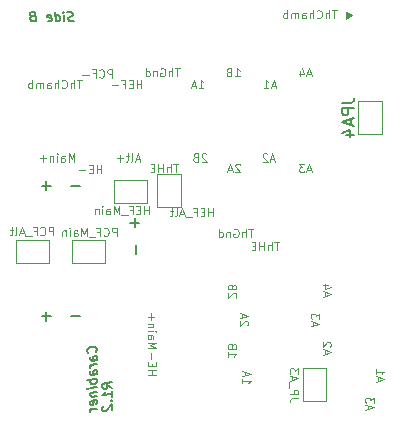
<source format=gbr>
G04 #@! TF.GenerationSoftware,KiCad,Pcbnew,6.0.7-f9a2dced07~116~ubuntu22.04.1*
G04 #@! TF.CreationDate,2022-08-21T20:36:42+02:00*
G04 #@! TF.ProjectId,carabiner,63617261-6269-46e6-9572-2e6b69636164,rev?*
G04 #@! TF.SameCoordinates,Original*
G04 #@! TF.FileFunction,Legend,Bot*
G04 #@! TF.FilePolarity,Positive*
%FSLAX46Y46*%
G04 Gerber Fmt 4.6, Leading zero omitted, Abs format (unit mm)*
G04 Created by KiCad (PCBNEW 6.0.7-f9a2dced07~116~ubuntu22.04.1) date 2022-08-21 20:36:42*
%MOMM*%
%LPD*%
G01*
G04 APERTURE LIST*
%ADD10C,0.200000*%
%ADD11C,0.100000*%
%ADD12C,0.150000*%
%ADD13C,0.120000*%
G04 APERTURE END LIST*
D10*
X55769047Y-49678571D02*
X56530952Y-49678571D01*
X53671428Y-49269047D02*
X53671428Y-50030952D01*
X54052380Y-49650000D02*
X53290476Y-49650000D01*
D11*
X77283333Y-63900000D02*
X77283333Y-63566666D01*
X77083333Y-63966666D02*
X77783333Y-63733333D01*
X77083333Y-63500000D01*
X77716666Y-63300000D02*
X77750000Y-63266666D01*
X77783333Y-63200000D01*
X77783333Y-63033333D01*
X77750000Y-62966666D01*
X77716666Y-62933333D01*
X77650000Y-62900000D01*
X77583333Y-62900000D01*
X77483333Y-62933333D01*
X77083333Y-63333333D01*
X77083333Y-62900000D01*
X62283333Y-65700000D02*
X62983333Y-65700000D01*
X62650000Y-65700000D02*
X62650000Y-65300000D01*
X62283333Y-65300000D02*
X62983333Y-65300000D01*
X62650000Y-64966666D02*
X62650000Y-64733333D01*
X62283333Y-64633333D02*
X62283333Y-64966666D01*
X62983333Y-64966666D01*
X62983333Y-64633333D01*
X62550000Y-64333333D02*
X62550000Y-63800000D01*
X73400000Y-54416666D02*
X73000000Y-54416666D01*
X73200000Y-55116666D02*
X73200000Y-54416666D01*
X72766666Y-55116666D02*
X72766666Y-54416666D01*
X72466666Y-55116666D02*
X72466666Y-54750000D01*
X72500000Y-54683333D01*
X72566666Y-54650000D01*
X72666666Y-54650000D01*
X72733333Y-54683333D01*
X72766666Y-54716666D01*
X72133333Y-55116666D02*
X72133333Y-54416666D01*
X72133333Y-54750000D02*
X71733333Y-54750000D01*
X71733333Y-55116666D02*
X71733333Y-54416666D01*
X71400000Y-54750000D02*
X71166666Y-54750000D01*
X71066666Y-55116666D02*
X71400000Y-55116666D01*
X71400000Y-54416666D01*
X71066666Y-54416666D01*
X64850000Y-47816666D02*
X64450000Y-47816666D01*
X64650000Y-48516666D02*
X64650000Y-47816666D01*
X64216666Y-48516666D02*
X64216666Y-47816666D01*
X63916666Y-48516666D02*
X63916666Y-48150000D01*
X63950000Y-48083333D01*
X64016666Y-48050000D01*
X64116666Y-48050000D01*
X64183333Y-48083333D01*
X64216666Y-48116666D01*
X63583333Y-48516666D02*
X63583333Y-47816666D01*
X63583333Y-48150000D02*
X63183333Y-48150000D01*
X63183333Y-48516666D02*
X63183333Y-47816666D01*
X62850000Y-48150000D02*
X62616666Y-48150000D01*
X62516666Y-48516666D02*
X62850000Y-48516666D01*
X62850000Y-47816666D01*
X62516666Y-47816666D01*
X69716666Y-59150000D02*
X69750000Y-59116666D01*
X69783333Y-59050000D01*
X69783333Y-58883333D01*
X69750000Y-58816666D01*
X69716666Y-58783333D01*
X69650000Y-58750000D01*
X69583333Y-58750000D01*
X69483333Y-58783333D01*
X69083333Y-59183333D01*
X69083333Y-58750000D01*
X69450000Y-58216666D02*
X69416666Y-58116666D01*
X69383333Y-58083333D01*
X69316666Y-58050000D01*
X69216666Y-58050000D01*
X69150000Y-58083333D01*
X69116666Y-58116666D01*
X69083333Y-58183333D01*
X69083333Y-58450000D01*
X69783333Y-58450000D01*
X69783333Y-58216666D01*
X69750000Y-58150000D01*
X69716666Y-58116666D01*
X69650000Y-58083333D01*
X69583333Y-58083333D01*
X69516666Y-58116666D01*
X69483333Y-58150000D01*
X69450000Y-58216666D01*
X69450000Y-58450000D01*
X79068333Y-35503166D02*
X79068333Y-34969833D01*
X79101666Y-35469833D02*
X79101666Y-35003166D01*
X79135000Y-35469833D02*
X79135000Y-35003166D01*
X79168333Y-35436500D02*
X79168333Y-35036500D01*
X79201666Y-35436500D02*
X79201666Y-35036500D01*
X79235000Y-35403166D02*
X79235000Y-35069833D01*
X79268333Y-35403166D02*
X79268333Y-35069833D01*
X79301666Y-35369833D02*
X79301666Y-35103166D01*
X79335000Y-35336500D02*
X79335000Y-35136500D01*
X79368333Y-35336500D02*
X79368333Y-35136500D01*
X79401666Y-35303166D02*
X79401666Y-35169833D01*
X79435000Y-35303166D02*
X79435000Y-35169833D01*
X79468333Y-35236500D02*
X79501666Y-35236500D01*
X79468333Y-35269833D02*
X79468333Y-35203166D01*
X79035000Y-35503166D02*
X79535000Y-35236500D01*
X79035000Y-34969833D01*
X79568333Y-35236500D02*
X79035000Y-34936500D01*
X79035000Y-35536500D01*
X79568333Y-35236500D01*
X78268333Y-34803166D02*
X77868333Y-34803166D01*
X78068333Y-35503166D02*
X78068333Y-34803166D01*
X77635000Y-35503166D02*
X77635000Y-34803166D01*
X77335000Y-35503166D02*
X77335000Y-35136500D01*
X77368333Y-35069833D01*
X77435000Y-35036500D01*
X77535000Y-35036500D01*
X77601666Y-35069833D01*
X77635000Y-35103166D01*
X76601666Y-35436500D02*
X76635000Y-35469833D01*
X76735000Y-35503166D01*
X76801666Y-35503166D01*
X76901666Y-35469833D01*
X76968333Y-35403166D01*
X77001666Y-35336500D01*
X77035000Y-35203166D01*
X77035000Y-35103166D01*
X77001666Y-34969833D01*
X76968333Y-34903166D01*
X76901666Y-34836500D01*
X76801666Y-34803166D01*
X76735000Y-34803166D01*
X76635000Y-34836500D01*
X76601666Y-34869833D01*
X76301666Y-35503166D02*
X76301666Y-34803166D01*
X76001666Y-35503166D02*
X76001666Y-35136500D01*
X76035000Y-35069833D01*
X76101666Y-35036500D01*
X76201666Y-35036500D01*
X76268333Y-35069833D01*
X76301666Y-35103166D01*
X75368333Y-35503166D02*
X75368333Y-35136500D01*
X75401666Y-35069833D01*
X75468333Y-35036500D01*
X75601666Y-35036500D01*
X75668333Y-35069833D01*
X75368333Y-35469833D02*
X75435000Y-35503166D01*
X75601666Y-35503166D01*
X75668333Y-35469833D01*
X75701666Y-35403166D01*
X75701666Y-35336500D01*
X75668333Y-35269833D01*
X75601666Y-35236500D01*
X75435000Y-35236500D01*
X75368333Y-35203166D01*
X75035000Y-35503166D02*
X75035000Y-35036500D01*
X75035000Y-35103166D02*
X75001666Y-35069833D01*
X74935000Y-35036500D01*
X74835000Y-35036500D01*
X74768333Y-35069833D01*
X74735000Y-35136500D01*
X74735000Y-35503166D01*
X74735000Y-35136500D02*
X74701666Y-35069833D01*
X74635000Y-35036500D01*
X74535000Y-35036500D01*
X74468333Y-35069833D01*
X74435000Y-35136500D01*
X74435000Y-35503166D01*
X74101666Y-35503166D02*
X74101666Y-34803166D01*
X74101666Y-35069833D02*
X74035000Y-35036500D01*
X73901666Y-35036500D01*
X73835000Y-35069833D01*
X73801666Y-35103166D01*
X73768333Y-35169833D01*
X73768333Y-35369833D01*
X73801666Y-35436500D01*
X73835000Y-35469833D01*
X73901666Y-35503166D01*
X74035000Y-35503166D01*
X74101666Y-35469833D01*
D12*
X57881714Y-63741023D02*
X57919809Y-63698166D01*
X57957904Y-63579119D01*
X57957904Y-63502928D01*
X57919809Y-63393404D01*
X57843619Y-63326738D01*
X57767428Y-63298166D01*
X57615047Y-63279119D01*
X57500761Y-63293404D01*
X57348380Y-63350547D01*
X57272190Y-63398166D01*
X57196000Y-63483880D01*
X57157904Y-63602928D01*
X57157904Y-63679119D01*
X57196000Y-63788642D01*
X57234095Y-63821976D01*
X57957904Y-64417214D02*
X57538857Y-64469595D01*
X57462666Y-64441023D01*
X57424571Y-64369595D01*
X57424571Y-64217214D01*
X57462666Y-64136261D01*
X57919809Y-64421976D02*
X57957904Y-64341023D01*
X57957904Y-64150547D01*
X57919809Y-64079119D01*
X57843619Y-64050547D01*
X57767428Y-64060071D01*
X57691238Y-64107690D01*
X57653142Y-64188642D01*
X57653142Y-64379119D01*
X57615047Y-64460071D01*
X57957904Y-64798166D02*
X57424571Y-64864833D01*
X57576952Y-64845785D02*
X57500761Y-64893404D01*
X57462666Y-64936261D01*
X57424571Y-65017214D01*
X57424571Y-65093404D01*
X57957904Y-65636261D02*
X57538857Y-65688642D01*
X57462666Y-65660071D01*
X57424571Y-65588642D01*
X57424571Y-65436261D01*
X57462666Y-65355309D01*
X57919809Y-65641023D02*
X57957904Y-65560071D01*
X57957904Y-65369595D01*
X57919809Y-65298166D01*
X57843619Y-65269595D01*
X57767428Y-65279119D01*
X57691238Y-65326738D01*
X57653142Y-65407690D01*
X57653142Y-65598166D01*
X57615047Y-65679119D01*
X57957904Y-66017214D02*
X57157904Y-66117214D01*
X57462666Y-66079119D02*
X57424571Y-66160071D01*
X57424571Y-66312452D01*
X57462666Y-66383880D01*
X57500761Y-66417214D01*
X57576952Y-66445785D01*
X57805523Y-66417214D01*
X57881714Y-66369595D01*
X57919809Y-66326738D01*
X57957904Y-66245785D01*
X57957904Y-66093404D01*
X57919809Y-66021976D01*
X57957904Y-66741023D02*
X57424571Y-66807690D01*
X57157904Y-66841023D02*
X57196000Y-66798166D01*
X57234095Y-66831500D01*
X57196000Y-66874357D01*
X57157904Y-66841023D01*
X57234095Y-66831500D01*
X57424571Y-67188642D02*
X57957904Y-67121976D01*
X57500761Y-67179119D02*
X57462666Y-67221976D01*
X57424571Y-67302928D01*
X57424571Y-67417214D01*
X57462666Y-67488642D01*
X57538857Y-67517214D01*
X57957904Y-67464833D01*
X57919809Y-68155309D02*
X57957904Y-68074357D01*
X57957904Y-67921976D01*
X57919809Y-67850547D01*
X57843619Y-67821976D01*
X57538857Y-67860071D01*
X57462666Y-67907690D01*
X57424571Y-67988642D01*
X57424571Y-68141023D01*
X57462666Y-68212452D01*
X57538857Y-68241023D01*
X57615047Y-68231500D01*
X57691238Y-67841023D01*
X57957904Y-68531500D02*
X57424571Y-68598166D01*
X57576952Y-68579119D02*
X57500761Y-68626738D01*
X57462666Y-68669595D01*
X57424571Y-68750547D01*
X57424571Y-68826738D01*
X59245904Y-66779119D02*
X58864952Y-66560071D01*
X59245904Y-66321976D02*
X58445904Y-66421976D01*
X58445904Y-66726738D01*
X58484000Y-66798166D01*
X58522095Y-66831500D01*
X58598285Y-66860071D01*
X58712571Y-66845785D01*
X58788761Y-66798166D01*
X58826857Y-66755309D01*
X58864952Y-66674357D01*
X58864952Y-66369595D01*
X59245904Y-67541023D02*
X59245904Y-67083880D01*
X59245904Y-67312452D02*
X58445904Y-67412452D01*
X58560190Y-67321976D01*
X58636380Y-67236261D01*
X58674476Y-67155309D01*
X59169714Y-67893404D02*
X59207809Y-67926738D01*
X59245904Y-67883880D01*
X59207809Y-67850547D01*
X59169714Y-67893404D01*
X59245904Y-67883880D01*
X58522095Y-68317214D02*
X58484000Y-68360071D01*
X58445904Y-68441023D01*
X58445904Y-68631500D01*
X58484000Y-68702928D01*
X58522095Y-68736261D01*
X58598285Y-68764833D01*
X58674476Y-68755309D01*
X58788761Y-68702928D01*
X59245904Y-68188642D01*
X59245904Y-68683880D01*
D11*
X81783333Y-66200000D02*
X81783333Y-65866666D01*
X81583333Y-66266666D02*
X82283333Y-66033333D01*
X81583333Y-65800000D01*
X81583333Y-65200000D02*
X81583333Y-65600000D01*
X81583333Y-65400000D02*
X82283333Y-65400000D01*
X82183333Y-65466666D01*
X82116666Y-65533333D01*
X82083333Y-65600000D01*
X61750000Y-41416666D02*
X61750000Y-40716666D01*
X61750000Y-41050000D02*
X61350000Y-41050000D01*
X61350000Y-41416666D02*
X61350000Y-40716666D01*
X61016666Y-41050000D02*
X60783333Y-41050000D01*
X60683333Y-41416666D02*
X61016666Y-41416666D01*
X61016666Y-40716666D01*
X60683333Y-40716666D01*
X60150000Y-41050000D02*
X60383333Y-41050000D01*
X60383333Y-41416666D02*
X60383333Y-40716666D01*
X60050000Y-40716666D01*
X59783333Y-41150000D02*
X59250000Y-41150000D01*
X76100000Y-48316666D02*
X75766666Y-48316666D01*
X76166666Y-48516666D02*
X75933333Y-47816666D01*
X75700000Y-48516666D01*
X75533333Y-47816666D02*
X75100000Y-47816666D01*
X75333333Y-48083333D01*
X75233333Y-48083333D01*
X75166666Y-48116666D01*
X75133333Y-48150000D01*
X75100000Y-48216666D01*
X75100000Y-48383333D01*
X75133333Y-48450000D01*
X75166666Y-48483333D01*
X75233333Y-48516666D01*
X75433333Y-48516666D01*
X75500000Y-48483333D01*
X75533333Y-48450000D01*
X76283333Y-61500000D02*
X76283333Y-61166666D01*
X76083333Y-61566666D02*
X76783333Y-61333333D01*
X76083333Y-61100000D01*
X76783333Y-60933333D02*
X76783333Y-60500000D01*
X76516666Y-60733333D01*
X76516666Y-60633333D01*
X76483333Y-60566666D01*
X76450000Y-60533333D01*
X76383333Y-60500000D01*
X76216666Y-60500000D01*
X76150000Y-60533333D01*
X76116666Y-60566666D01*
X76083333Y-60633333D01*
X76083333Y-60833333D01*
X76116666Y-60900000D01*
X76150000Y-60933333D01*
X73100000Y-41216666D02*
X72766666Y-41216666D01*
X73166666Y-41416666D02*
X72933333Y-40716666D01*
X72700000Y-41416666D01*
X72100000Y-41416666D02*
X72500000Y-41416666D01*
X72300000Y-41416666D02*
X72300000Y-40716666D01*
X72366666Y-40816666D01*
X72433333Y-40883333D01*
X72500000Y-40916666D01*
X70100000Y-47883333D02*
X70066666Y-47850000D01*
X70000000Y-47816666D01*
X69833333Y-47816666D01*
X69766666Y-47850000D01*
X69733333Y-47883333D01*
X69700000Y-47950000D01*
X69700000Y-48016666D01*
X69733333Y-48116666D01*
X70133333Y-48516666D01*
X69700000Y-48516666D01*
X69433333Y-48316666D02*
X69100000Y-48316666D01*
X69500000Y-48516666D02*
X69266666Y-47816666D01*
X69033333Y-48516666D01*
D10*
X53671428Y-60319047D02*
X53671428Y-61080952D01*
X54052380Y-60700000D02*
X53290476Y-60700000D01*
D11*
X61583333Y-47416666D02*
X61250000Y-47416666D01*
X61650000Y-47616666D02*
X61416666Y-46916666D01*
X61183333Y-47616666D01*
X60850000Y-47616666D02*
X60916666Y-47583333D01*
X60950000Y-47516666D01*
X60950000Y-46916666D01*
X60683333Y-47150000D02*
X60416666Y-47150000D01*
X60583333Y-46916666D02*
X60583333Y-47516666D01*
X60550000Y-47583333D01*
X60483333Y-47616666D01*
X60416666Y-47616666D01*
X60183333Y-47350000D02*
X59650000Y-47350000D01*
X59916666Y-47616666D02*
X59916666Y-47083333D01*
X62283333Y-63416666D02*
X62983333Y-63416666D01*
X62483333Y-63183333D01*
X62983333Y-62950000D01*
X62283333Y-62950000D01*
X62283333Y-62316666D02*
X62650000Y-62316666D01*
X62716666Y-62350000D01*
X62750000Y-62416666D01*
X62750000Y-62550000D01*
X62716666Y-62616666D01*
X62316666Y-62316666D02*
X62283333Y-62383333D01*
X62283333Y-62550000D01*
X62316666Y-62616666D01*
X62383333Y-62650000D01*
X62450000Y-62650000D01*
X62516666Y-62616666D01*
X62550000Y-62550000D01*
X62550000Y-62383333D01*
X62583333Y-62316666D01*
X62283333Y-61983333D02*
X62750000Y-61983333D01*
X62983333Y-61983333D02*
X62950000Y-62016666D01*
X62916666Y-61983333D01*
X62950000Y-61950000D01*
X62983333Y-61983333D01*
X62916666Y-61983333D01*
X62750000Y-61650000D02*
X62283333Y-61650000D01*
X62683333Y-61650000D02*
X62716666Y-61616666D01*
X62750000Y-61550000D01*
X62750000Y-61450000D01*
X62716666Y-61383333D01*
X62650000Y-61350000D01*
X62283333Y-61350000D01*
X62550000Y-61016666D02*
X62550000Y-60483333D01*
X62283333Y-60750000D02*
X62816666Y-60750000D01*
X70716666Y-61500000D02*
X70750000Y-61466666D01*
X70783333Y-61400000D01*
X70783333Y-61233333D01*
X70750000Y-61166666D01*
X70716666Y-61133333D01*
X70650000Y-61100000D01*
X70583333Y-61100000D01*
X70483333Y-61133333D01*
X70083333Y-61533333D01*
X70083333Y-61100000D01*
X70283333Y-60833333D02*
X70283333Y-60500000D01*
X70083333Y-60900000D02*
X70783333Y-60666666D01*
X70083333Y-60433333D01*
X65000000Y-39716666D02*
X64600000Y-39716666D01*
X64800000Y-40416666D02*
X64800000Y-39716666D01*
X64366666Y-40416666D02*
X64366666Y-39716666D01*
X64066666Y-40416666D02*
X64066666Y-40050000D01*
X64100000Y-39983333D01*
X64166666Y-39950000D01*
X64266666Y-39950000D01*
X64333333Y-39983333D01*
X64366666Y-40016666D01*
X63366666Y-39750000D02*
X63433333Y-39716666D01*
X63533333Y-39716666D01*
X63633333Y-39750000D01*
X63700000Y-39816666D01*
X63733333Y-39883333D01*
X63766666Y-40016666D01*
X63766666Y-40116666D01*
X63733333Y-40250000D01*
X63700000Y-40316666D01*
X63633333Y-40383333D01*
X63533333Y-40416666D01*
X63466666Y-40416666D01*
X63366666Y-40383333D01*
X63333333Y-40350000D01*
X63333333Y-40116666D01*
X63466666Y-40116666D01*
X63033333Y-39950000D02*
X63033333Y-40416666D01*
X63033333Y-40016666D02*
X63000000Y-39983333D01*
X62933333Y-39950000D01*
X62833333Y-39950000D01*
X62766666Y-39983333D01*
X62733333Y-40050000D01*
X62733333Y-40416666D01*
X62100000Y-40416666D02*
X62100000Y-39716666D01*
X62100000Y-40383333D02*
X62166666Y-40416666D01*
X62300000Y-40416666D01*
X62366666Y-40383333D01*
X62400000Y-40350000D01*
X62433333Y-40283333D01*
X62433333Y-40083333D01*
X62400000Y-40016666D01*
X62366666Y-39983333D01*
X62300000Y-39950000D01*
X62166666Y-39950000D01*
X62100000Y-39983333D01*
D12*
X56018554Y-35704096D02*
X55909030Y-35742191D01*
X55718554Y-35742191D01*
X55637602Y-35704096D01*
X55594745Y-35666001D01*
X55547126Y-35589810D01*
X55537602Y-35513620D01*
X55566173Y-35437429D01*
X55599507Y-35399334D01*
X55670935Y-35361239D01*
X55818554Y-35323144D01*
X55889983Y-35285048D01*
X55923316Y-35246953D01*
X55951887Y-35170763D01*
X55942364Y-35094572D01*
X55894745Y-35018382D01*
X55851887Y-34980287D01*
X55770935Y-34942191D01*
X55580459Y-34942191D01*
X55470935Y-34980287D01*
X55223316Y-35742191D02*
X55156649Y-35208858D01*
X55123316Y-34942191D02*
X55166173Y-34980287D01*
X55132840Y-35018382D01*
X55089983Y-34980287D01*
X55123316Y-34942191D01*
X55132840Y-35018382D01*
X54499507Y-35742191D02*
X54399507Y-34942191D01*
X54494745Y-35704096D02*
X54575697Y-35742191D01*
X54728078Y-35742191D01*
X54799507Y-35704096D01*
X54832840Y-35666001D01*
X54861411Y-35589810D01*
X54832840Y-35361239D01*
X54785221Y-35285048D01*
X54742364Y-35246953D01*
X54661411Y-35208858D01*
X54509030Y-35208858D01*
X54437602Y-35246953D01*
X53809030Y-35704096D02*
X53889983Y-35742191D01*
X54042364Y-35742191D01*
X54113792Y-35704096D01*
X54142364Y-35627906D01*
X54104268Y-35323144D01*
X54056649Y-35246953D01*
X53975697Y-35208858D01*
X53823316Y-35208858D01*
X53751887Y-35246953D01*
X53723316Y-35323144D01*
X53732840Y-35399334D01*
X54123316Y-35475525D01*
X52504268Y-35323144D02*
X52394745Y-35361239D01*
X52361411Y-35399334D01*
X52332840Y-35475525D01*
X52347126Y-35589810D01*
X52394745Y-35666001D01*
X52437602Y-35704096D01*
X52518554Y-35742191D01*
X52823316Y-35742191D01*
X52723316Y-34942191D01*
X52456649Y-34942191D01*
X52385221Y-34980287D01*
X52351887Y-35018382D01*
X52323316Y-35094572D01*
X52332840Y-35170763D01*
X52380459Y-35246953D01*
X52423316Y-35285048D01*
X52504268Y-35323144D01*
X52770935Y-35323144D01*
D11*
X71200000Y-53316666D02*
X70800000Y-53316666D01*
X71000000Y-54016666D02*
X71000000Y-53316666D01*
X70566666Y-54016666D02*
X70566666Y-53316666D01*
X70266666Y-54016666D02*
X70266666Y-53650000D01*
X70300000Y-53583333D01*
X70366666Y-53550000D01*
X70466666Y-53550000D01*
X70533333Y-53583333D01*
X70566666Y-53616666D01*
X69566666Y-53350000D02*
X69633333Y-53316666D01*
X69733333Y-53316666D01*
X69833333Y-53350000D01*
X69900000Y-53416666D01*
X69933333Y-53483333D01*
X69966666Y-53616666D01*
X69966666Y-53716666D01*
X69933333Y-53850000D01*
X69900000Y-53916666D01*
X69833333Y-53983333D01*
X69733333Y-54016666D01*
X69666666Y-54016666D01*
X69566666Y-53983333D01*
X69533333Y-53950000D01*
X69533333Y-53716666D01*
X69666666Y-53716666D01*
X69233333Y-53550000D02*
X69233333Y-54016666D01*
X69233333Y-53616666D02*
X69200000Y-53583333D01*
X69133333Y-53550000D01*
X69033333Y-53550000D01*
X68966666Y-53583333D01*
X68933333Y-53650000D01*
X68933333Y-54016666D01*
X68300000Y-54016666D02*
X68300000Y-53316666D01*
X68300000Y-53983333D02*
X68366666Y-54016666D01*
X68500000Y-54016666D01*
X68566666Y-53983333D01*
X68600000Y-53950000D01*
X68633333Y-53883333D01*
X68633333Y-53683333D01*
X68600000Y-53616666D01*
X68566666Y-53583333D01*
X68500000Y-53550000D01*
X68366666Y-53550000D01*
X68300000Y-53583333D01*
X73000000Y-47416666D02*
X72666666Y-47416666D01*
X73066666Y-47616666D02*
X72833333Y-46916666D01*
X72600000Y-47616666D01*
X72400000Y-46983333D02*
X72366666Y-46950000D01*
X72300000Y-46916666D01*
X72133333Y-46916666D01*
X72066666Y-46950000D01*
X72033333Y-46983333D01*
X72000000Y-47050000D01*
X72000000Y-47116666D01*
X72033333Y-47216666D01*
X72433333Y-47616666D01*
X72000000Y-47616666D01*
X66600000Y-41416666D02*
X67000000Y-41416666D01*
X66800000Y-41416666D02*
X66800000Y-40716666D01*
X66866666Y-40816666D01*
X66933333Y-40883333D01*
X67000000Y-40916666D01*
X66333333Y-41216666D02*
X66000000Y-41216666D01*
X66400000Y-41416666D02*
X66166666Y-40716666D01*
X65933333Y-41416666D01*
X70283333Y-66000000D02*
X70283333Y-66400000D01*
X70283333Y-66200000D02*
X70983333Y-66200000D01*
X70883333Y-66266666D01*
X70816666Y-66333333D01*
X70783333Y-66400000D01*
X70483333Y-65733333D02*
X70483333Y-65400000D01*
X70283333Y-65800000D02*
X70983333Y-65566666D01*
X70283333Y-65333333D01*
X69650000Y-40416666D02*
X70050000Y-40416666D01*
X69850000Y-40416666D02*
X69850000Y-39716666D01*
X69916666Y-39816666D01*
X69983333Y-39883333D01*
X70050000Y-39916666D01*
X69116666Y-40050000D02*
X69016666Y-40083333D01*
X68983333Y-40116666D01*
X68950000Y-40183333D01*
X68950000Y-40283333D01*
X68983333Y-40350000D01*
X69016666Y-40383333D01*
X69083333Y-40416666D01*
X69350000Y-40416666D01*
X69350000Y-39716666D01*
X69116666Y-39716666D01*
X69050000Y-39750000D01*
X69016666Y-39783333D01*
X68983333Y-39850000D01*
X68983333Y-39916666D01*
X69016666Y-39983333D01*
X69050000Y-40016666D01*
X69116666Y-40050000D01*
X69350000Y-40050000D01*
X58350000Y-48616666D02*
X58350000Y-47916666D01*
X58350000Y-48250000D02*
X57950000Y-48250000D01*
X57950000Y-48616666D02*
X57950000Y-47916666D01*
X57616666Y-48250000D02*
X57383333Y-48250000D01*
X57283333Y-48616666D02*
X57616666Y-48616666D01*
X57616666Y-47916666D01*
X57283333Y-47916666D01*
X56983333Y-48350000D02*
X56450000Y-48350000D01*
D10*
X61271428Y-54719047D02*
X61271428Y-55480952D01*
D11*
X56066666Y-47616666D02*
X56066666Y-46916666D01*
X55833333Y-47416666D01*
X55600000Y-46916666D01*
X55600000Y-47616666D01*
X54966666Y-47616666D02*
X54966666Y-47250000D01*
X55000000Y-47183333D01*
X55066666Y-47150000D01*
X55200000Y-47150000D01*
X55266666Y-47183333D01*
X54966666Y-47583333D02*
X55033333Y-47616666D01*
X55200000Y-47616666D01*
X55266666Y-47583333D01*
X55300000Y-47516666D01*
X55300000Y-47450000D01*
X55266666Y-47383333D01*
X55200000Y-47350000D01*
X55033333Y-47350000D01*
X54966666Y-47316666D01*
X54633333Y-47616666D02*
X54633333Y-47150000D01*
X54633333Y-46916666D02*
X54666666Y-46950000D01*
X54633333Y-46983333D01*
X54600000Y-46950000D01*
X54633333Y-46916666D01*
X54633333Y-46983333D01*
X54300000Y-47150000D02*
X54300000Y-47616666D01*
X54300000Y-47216666D02*
X54266666Y-47183333D01*
X54200000Y-47150000D01*
X54100000Y-47150000D01*
X54033333Y-47183333D01*
X54000000Y-47250000D01*
X54000000Y-47616666D01*
X53666666Y-47350000D02*
X53133333Y-47350000D01*
X53400000Y-47616666D02*
X53400000Y-47083333D01*
X77283333Y-59000000D02*
X77283333Y-58666666D01*
X77083333Y-59066666D02*
X77783333Y-58833333D01*
X77083333Y-58600000D01*
X77550000Y-58066666D02*
X77083333Y-58066666D01*
X77816666Y-58233333D02*
X77316666Y-58400000D01*
X77316666Y-57966666D01*
X67250000Y-46983333D02*
X67216666Y-46950000D01*
X67150000Y-46916666D01*
X66983333Y-46916666D01*
X66916666Y-46950000D01*
X66883333Y-46983333D01*
X66850000Y-47050000D01*
X66850000Y-47116666D01*
X66883333Y-47216666D01*
X67283333Y-47616666D01*
X66850000Y-47616666D01*
X66316666Y-47250000D02*
X66216666Y-47283333D01*
X66183333Y-47316666D01*
X66150000Y-47383333D01*
X66150000Y-47483333D01*
X66183333Y-47550000D01*
X66216666Y-47583333D01*
X66283333Y-47616666D01*
X66550000Y-47616666D01*
X66550000Y-46916666D01*
X66316666Y-46916666D01*
X66250000Y-46950000D01*
X66216666Y-46983333D01*
X66183333Y-47050000D01*
X66183333Y-47116666D01*
X66216666Y-47183333D01*
X66250000Y-47216666D01*
X66316666Y-47250000D01*
X66550000Y-47250000D01*
X69083333Y-63750000D02*
X69083333Y-64150000D01*
X69083333Y-63950000D02*
X69783333Y-63950000D01*
X69683333Y-64016666D01*
X69616666Y-64083333D01*
X69583333Y-64150000D01*
X69450000Y-63216666D02*
X69416666Y-63116666D01*
X69383333Y-63083333D01*
X69316666Y-63050000D01*
X69216666Y-63050000D01*
X69150000Y-63083333D01*
X69116666Y-63116666D01*
X69083333Y-63183333D01*
X69083333Y-63450000D01*
X69783333Y-63450000D01*
X69783333Y-63216666D01*
X69750000Y-63150000D01*
X69716666Y-63116666D01*
X69650000Y-63083333D01*
X69583333Y-63083333D01*
X69516666Y-63116666D01*
X69483333Y-63150000D01*
X69450000Y-63216666D01*
X69450000Y-63450000D01*
X56683333Y-40716666D02*
X56283333Y-40716666D01*
X56483333Y-41416666D02*
X56483333Y-40716666D01*
X56050000Y-41416666D02*
X56050000Y-40716666D01*
X55750000Y-41416666D02*
X55750000Y-41050000D01*
X55783333Y-40983333D01*
X55850000Y-40950000D01*
X55950000Y-40950000D01*
X56016666Y-40983333D01*
X56050000Y-41016666D01*
X55016666Y-41350000D02*
X55050000Y-41383333D01*
X55150000Y-41416666D01*
X55216666Y-41416666D01*
X55316666Y-41383333D01*
X55383333Y-41316666D01*
X55416666Y-41250000D01*
X55450000Y-41116666D01*
X55450000Y-41016666D01*
X55416666Y-40883333D01*
X55383333Y-40816666D01*
X55316666Y-40750000D01*
X55216666Y-40716666D01*
X55150000Y-40716666D01*
X55050000Y-40750000D01*
X55016666Y-40783333D01*
X54716666Y-41416666D02*
X54716666Y-40716666D01*
X54416666Y-41416666D02*
X54416666Y-41050000D01*
X54450000Y-40983333D01*
X54516666Y-40950000D01*
X54616666Y-40950000D01*
X54683333Y-40983333D01*
X54716666Y-41016666D01*
X53783333Y-41416666D02*
X53783333Y-41050000D01*
X53816666Y-40983333D01*
X53883333Y-40950000D01*
X54016666Y-40950000D01*
X54083333Y-40983333D01*
X53783333Y-41383333D02*
X53850000Y-41416666D01*
X54016666Y-41416666D01*
X54083333Y-41383333D01*
X54116666Y-41316666D01*
X54116666Y-41250000D01*
X54083333Y-41183333D01*
X54016666Y-41150000D01*
X53850000Y-41150000D01*
X53783333Y-41116666D01*
X53450000Y-41416666D02*
X53450000Y-40950000D01*
X53450000Y-41016666D02*
X53416666Y-40983333D01*
X53350000Y-40950000D01*
X53250000Y-40950000D01*
X53183333Y-40983333D01*
X53150000Y-41050000D01*
X53150000Y-41416666D01*
X53150000Y-41050000D02*
X53116666Y-40983333D01*
X53050000Y-40950000D01*
X52950000Y-40950000D01*
X52883333Y-40983333D01*
X52850000Y-41050000D01*
X52850000Y-41416666D01*
X52516666Y-41416666D02*
X52516666Y-40716666D01*
X52516666Y-40983333D02*
X52450000Y-40950000D01*
X52316666Y-40950000D01*
X52250000Y-40983333D01*
X52216666Y-41016666D01*
X52183333Y-41083333D01*
X52183333Y-41283333D01*
X52216666Y-41350000D01*
X52250000Y-41383333D01*
X52316666Y-41416666D01*
X52450000Y-41416666D01*
X52516666Y-41383333D01*
X76100000Y-40216666D02*
X75766666Y-40216666D01*
X76166666Y-40416666D02*
X75933333Y-39716666D01*
X75700000Y-40416666D01*
X75166666Y-39950000D02*
X75166666Y-40416666D01*
X75333333Y-39683333D02*
X75500000Y-40183333D01*
X75066666Y-40183333D01*
X59266666Y-40516666D02*
X59266666Y-39816666D01*
X59000000Y-39816666D01*
X58933333Y-39850000D01*
X58900000Y-39883333D01*
X58866666Y-39950000D01*
X58866666Y-40050000D01*
X58900000Y-40116666D01*
X58933333Y-40150000D01*
X59000000Y-40183333D01*
X59266666Y-40183333D01*
X58166666Y-40450000D02*
X58200000Y-40483333D01*
X58300000Y-40516666D01*
X58366666Y-40516666D01*
X58466666Y-40483333D01*
X58533333Y-40416666D01*
X58566666Y-40350000D01*
X58600000Y-40216666D01*
X58600000Y-40116666D01*
X58566666Y-39983333D01*
X58533333Y-39916666D01*
X58466666Y-39850000D01*
X58366666Y-39816666D01*
X58300000Y-39816666D01*
X58200000Y-39850000D01*
X58166666Y-39883333D01*
X57633333Y-40150000D02*
X57866666Y-40150000D01*
X57866666Y-40516666D02*
X57866666Y-39816666D01*
X57533333Y-39816666D01*
X57266666Y-40250000D02*
X56733333Y-40250000D01*
X80903333Y-68610000D02*
X80903333Y-68276666D01*
X80703333Y-68676666D02*
X81403333Y-68443333D01*
X80703333Y-68210000D01*
X81403333Y-68043333D02*
X81403333Y-67610000D01*
X81136666Y-67843333D01*
X81136666Y-67743333D01*
X81103333Y-67676666D01*
X81070000Y-67643333D01*
X81003333Y-67610000D01*
X80836666Y-67610000D01*
X80770000Y-67643333D01*
X80736666Y-67676666D01*
X80703333Y-67743333D01*
X80703333Y-67943333D01*
X80736666Y-68010000D01*
X80770000Y-68043333D01*
D10*
X55819047Y-60728571D02*
X56580952Y-60728571D01*
X61580952Y-52821428D02*
X60819047Y-52821428D01*
X61200000Y-53202380D02*
X61200000Y-52440476D01*
D12*
X78752380Y-42638095D02*
X79466666Y-42638095D01*
X79609523Y-42590476D01*
X79704761Y-42495238D01*
X79752380Y-42352380D01*
X79752380Y-42257142D01*
X79752380Y-43114285D02*
X78752380Y-43114285D01*
X78752380Y-43495238D01*
X78800000Y-43590476D01*
X78847619Y-43638095D01*
X78942857Y-43685714D01*
X79085714Y-43685714D01*
X79180952Y-43638095D01*
X79228571Y-43590476D01*
X79276190Y-43495238D01*
X79276190Y-43114285D01*
X79466666Y-44066666D02*
X79466666Y-44542857D01*
X79752380Y-43971428D02*
X78752380Y-44304761D01*
X79752380Y-44638095D01*
X79085714Y-45400000D02*
X79752380Y-45400000D01*
X78704761Y-45161904D02*
X79419047Y-44923809D01*
X79419047Y-45542857D01*
D11*
X67816666Y-52266666D02*
X67816666Y-51566666D01*
X67816666Y-51900000D02*
X67416666Y-51900000D01*
X67416666Y-52266666D02*
X67416666Y-51566666D01*
X67083333Y-51900000D02*
X66850000Y-51900000D01*
X66750000Y-52266666D02*
X67083333Y-52266666D01*
X67083333Y-51566666D01*
X66750000Y-51566666D01*
X66216666Y-51900000D02*
X66450000Y-51900000D01*
X66450000Y-52266666D02*
X66450000Y-51566666D01*
X66116666Y-51566666D01*
X66016666Y-52333333D02*
X65483333Y-52333333D01*
X65350000Y-52066666D02*
X65016666Y-52066666D01*
X65416666Y-52266666D02*
X65183333Y-51566666D01*
X64950000Y-52266666D01*
X64616666Y-52266666D02*
X64683333Y-52233333D01*
X64716666Y-52166666D01*
X64716666Y-51566666D01*
X64450000Y-51800000D02*
X64183333Y-51800000D01*
X64350000Y-51566666D02*
X64350000Y-52166666D01*
X64316666Y-52233333D01*
X64250000Y-52266666D01*
X64183333Y-52266666D01*
X62383333Y-52066666D02*
X62383333Y-51366666D01*
X62383333Y-51700000D02*
X61983333Y-51700000D01*
X61983333Y-52066666D02*
X61983333Y-51366666D01*
X61650000Y-51700000D02*
X61416666Y-51700000D01*
X61316666Y-52066666D02*
X61650000Y-52066666D01*
X61650000Y-51366666D01*
X61316666Y-51366666D01*
X60783333Y-51700000D02*
X61016666Y-51700000D01*
X61016666Y-52066666D02*
X61016666Y-51366666D01*
X60683333Y-51366666D01*
X60583333Y-52133333D02*
X60050000Y-52133333D01*
X59883333Y-52066666D02*
X59883333Y-51366666D01*
X59650000Y-51866666D01*
X59416666Y-51366666D01*
X59416666Y-52066666D01*
X58783333Y-52066666D02*
X58783333Y-51700000D01*
X58816666Y-51633333D01*
X58883333Y-51600000D01*
X59016666Y-51600000D01*
X59083333Y-51633333D01*
X58783333Y-52033333D02*
X58850000Y-52066666D01*
X59016666Y-52066666D01*
X59083333Y-52033333D01*
X59116666Y-51966666D01*
X59116666Y-51900000D01*
X59083333Y-51833333D01*
X59016666Y-51800000D01*
X58850000Y-51800000D01*
X58783333Y-51766666D01*
X58450000Y-52066666D02*
X58450000Y-51600000D01*
X58450000Y-51366666D02*
X58483333Y-51400000D01*
X58450000Y-51433333D01*
X58416666Y-51400000D01*
X58450000Y-51366666D01*
X58450000Y-51433333D01*
X58116666Y-51600000D02*
X58116666Y-52066666D01*
X58116666Y-51666666D02*
X58083333Y-51633333D01*
X58016666Y-51600000D01*
X57916666Y-51600000D01*
X57850000Y-51633333D01*
X57816666Y-51700000D01*
X57816666Y-52066666D01*
X54283333Y-53866666D02*
X54283333Y-53166666D01*
X54016666Y-53166666D01*
X53950000Y-53200000D01*
X53916666Y-53233333D01*
X53883333Y-53300000D01*
X53883333Y-53400000D01*
X53916666Y-53466666D01*
X53950000Y-53500000D01*
X54016666Y-53533333D01*
X54283333Y-53533333D01*
X53183333Y-53800000D02*
X53216666Y-53833333D01*
X53316666Y-53866666D01*
X53383333Y-53866666D01*
X53483333Y-53833333D01*
X53550000Y-53766666D01*
X53583333Y-53700000D01*
X53616666Y-53566666D01*
X53616666Y-53466666D01*
X53583333Y-53333333D01*
X53550000Y-53266666D01*
X53483333Y-53200000D01*
X53383333Y-53166666D01*
X53316666Y-53166666D01*
X53216666Y-53200000D01*
X53183333Y-53233333D01*
X52650000Y-53500000D02*
X52883333Y-53500000D01*
X52883333Y-53866666D02*
X52883333Y-53166666D01*
X52550000Y-53166666D01*
X52450000Y-53933333D02*
X51916666Y-53933333D01*
X51783333Y-53666666D02*
X51450000Y-53666666D01*
X51850000Y-53866666D02*
X51616666Y-53166666D01*
X51383333Y-53866666D01*
X51050000Y-53866666D02*
X51116666Y-53833333D01*
X51150000Y-53766666D01*
X51150000Y-53166666D01*
X50883333Y-53400000D02*
X50616666Y-53400000D01*
X50783333Y-53166666D02*
X50783333Y-53766666D01*
X50750000Y-53833333D01*
X50683333Y-53866666D01*
X50616666Y-53866666D01*
X59650000Y-53916666D02*
X59650000Y-53216666D01*
X59383333Y-53216666D01*
X59316666Y-53250000D01*
X59283333Y-53283333D01*
X59250000Y-53350000D01*
X59250000Y-53450000D01*
X59283333Y-53516666D01*
X59316666Y-53550000D01*
X59383333Y-53583333D01*
X59650000Y-53583333D01*
X58550000Y-53850000D02*
X58583333Y-53883333D01*
X58683333Y-53916666D01*
X58750000Y-53916666D01*
X58850000Y-53883333D01*
X58916666Y-53816666D01*
X58950000Y-53750000D01*
X58983333Y-53616666D01*
X58983333Y-53516666D01*
X58950000Y-53383333D01*
X58916666Y-53316666D01*
X58850000Y-53250000D01*
X58750000Y-53216666D01*
X58683333Y-53216666D01*
X58583333Y-53250000D01*
X58550000Y-53283333D01*
X58016666Y-53550000D02*
X58250000Y-53550000D01*
X58250000Y-53916666D02*
X58250000Y-53216666D01*
X57916666Y-53216666D01*
X57816666Y-53983333D02*
X57283333Y-53983333D01*
X57116666Y-53916666D02*
X57116666Y-53216666D01*
X56883333Y-53716666D01*
X56650000Y-53216666D01*
X56650000Y-53916666D01*
X56016666Y-53916666D02*
X56016666Y-53550000D01*
X56050000Y-53483333D01*
X56116666Y-53450000D01*
X56250000Y-53450000D01*
X56316666Y-53483333D01*
X56016666Y-53883333D02*
X56083333Y-53916666D01*
X56250000Y-53916666D01*
X56316666Y-53883333D01*
X56350000Y-53816666D01*
X56350000Y-53750000D01*
X56316666Y-53683333D01*
X56250000Y-53650000D01*
X56083333Y-53650000D01*
X56016666Y-53616666D01*
X55683333Y-53916666D02*
X55683333Y-53450000D01*
X55683333Y-53216666D02*
X55716666Y-53250000D01*
X55683333Y-53283333D01*
X55650000Y-53250000D01*
X55683333Y-53216666D01*
X55683333Y-53283333D01*
X55350000Y-53450000D02*
X55350000Y-53916666D01*
X55350000Y-53516666D02*
X55316666Y-53483333D01*
X55250000Y-53450000D01*
X55150000Y-53450000D01*
X55083333Y-53483333D01*
X55050000Y-53550000D01*
X55050000Y-53916666D01*
X74993333Y-67670000D02*
X74493333Y-67670000D01*
X74393333Y-67703333D01*
X74326666Y-67770000D01*
X74293333Y-67870000D01*
X74293333Y-67936666D01*
X74293333Y-67336666D02*
X74993333Y-67336666D01*
X74993333Y-67070000D01*
X74960000Y-67003333D01*
X74926666Y-66970000D01*
X74860000Y-66936666D01*
X74760000Y-66936666D01*
X74693333Y-66970000D01*
X74660000Y-67003333D01*
X74626666Y-67070000D01*
X74626666Y-67336666D01*
X74226666Y-66803333D02*
X74226666Y-66270000D01*
X74493333Y-66136666D02*
X74493333Y-65803333D01*
X74293333Y-66203333D02*
X74993333Y-65970000D01*
X74293333Y-65736666D01*
X74993333Y-65570000D02*
X74993333Y-65136666D01*
X74726666Y-65370000D01*
X74726666Y-65270000D01*
X74693333Y-65203333D01*
X74660000Y-65170000D01*
X74593333Y-65136666D01*
X74426666Y-65136666D01*
X74360000Y-65170000D01*
X74326666Y-65203333D01*
X74293333Y-65270000D01*
X74293333Y-65470000D01*
X74326666Y-65536666D01*
X74360000Y-65570000D01*
D13*
X82100000Y-45300000D02*
X82100000Y-42500000D01*
X82100000Y-42500000D02*
X80100000Y-42500000D01*
X80100000Y-45300000D02*
X82100000Y-45300000D01*
X80100000Y-42500000D02*
X80100000Y-45300000D01*
X63100000Y-51450000D02*
X65100000Y-51450000D01*
X63100000Y-48650000D02*
X63100000Y-51450000D01*
X65100000Y-48650000D02*
X63100000Y-48650000D01*
X65100000Y-51450000D02*
X65100000Y-48650000D01*
X62250000Y-51150000D02*
X62250000Y-49150000D01*
X59450000Y-51150000D02*
X62250000Y-51150000D01*
X59450000Y-49150000D02*
X59450000Y-51150000D01*
X62250000Y-49150000D02*
X59450000Y-49150000D01*
X51150000Y-54250000D02*
X51150000Y-56250000D01*
X51150000Y-56250000D02*
X53950000Y-56250000D01*
X53950000Y-56250000D02*
X53950000Y-54250000D01*
X53950000Y-54250000D02*
X51150000Y-54250000D01*
X55900000Y-56250000D02*
X58700000Y-56250000D01*
X55900000Y-54250000D02*
X55900000Y-56250000D01*
X58700000Y-56250000D02*
X58700000Y-54250000D01*
X58700000Y-54250000D02*
X55900000Y-54250000D01*
X77410000Y-65120000D02*
X75410000Y-65120000D01*
X75410000Y-67920000D02*
X77410000Y-67920000D01*
X77410000Y-67920000D02*
X77410000Y-65120000D01*
X75410000Y-65120000D02*
X75410000Y-67920000D01*
M02*

</source>
